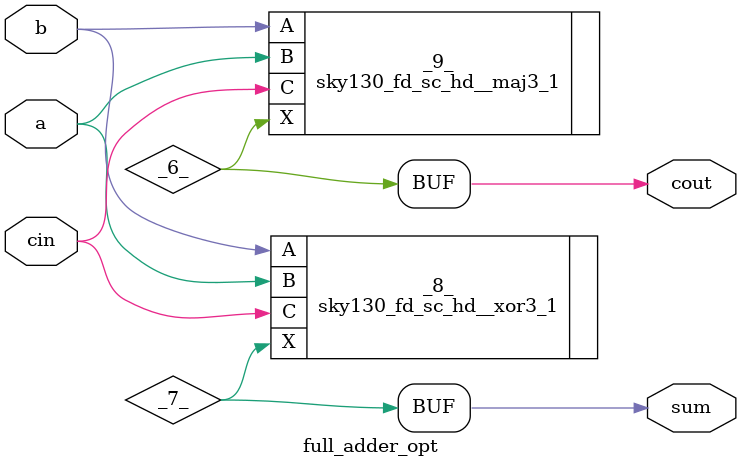
<source format=v>
/* Generated by Yosys 0.33 (git sha1 2584903a060) */

(* top =  1  *)
(* src = "full_adder_opt.v:1.1-12.10" *)
module full_adder_opt(a, b, cin, sum, cout);
  wire _0_;
  wire _1_;
  wire _2_;
  (* src = "/home/gautham/Desktop/yosys_projects/full_adder_opt.v:2.17-2.18" *)
  wire _3_;
  (* src = "/home/gautham/Desktop/yosys_projects/full_adder_opt.v:3.17-3.18" *)
  wire _4_;
  (* src = "/home/gautham/Desktop/yosys_projects/full_adder_opt.v:4.17-4.20" *)
  wire _5_;
  (* src = "/home/gautham/Desktop/yosys_projects/full_adder_opt.v:6.17-6.21" *)
  wire _6_;
  (* src = "/home/gautham/Desktop/yosys_projects/full_adder_opt.v:5.17-5.20" *)
  wire _7_;
  (* src = "/home/gautham/Desktop/yosys_projects/full_adder_opt.v:2.17-2.18" *)
  input a;
  wire a;
  (* src = "/home/gautham/Desktop/yosys_projects/full_adder_opt.v:3.17-3.18" *)
  input b;
  wire b;
  (* src = "/home/gautham/Desktop/yosys_projects/full_adder_opt.v:4.17-4.20" *)
  input cin;
  wire cin;
  (* src = "/home/gautham/Desktop/yosys_projects/full_adder_opt.v:6.17-6.21" *)
  output cout;
  wire cout;
  (* src = "/home/gautham/Desktop/yosys_projects/full_adder_opt.v:5.17-5.20" *)
  output sum;
  wire sum;
  sky130_fd_sc_hd__xor3_1 _8_ (
    .A(_4_),
    .B(_3_),
    .C(_5_),
    .X(_7_)
  );
  sky130_fd_sc_hd__maj3_1 _9_ (
    .A(_4_),
    .B(_3_),
    .C(_5_),
    .X(_6_)
  );
  assign _4_ = b;
  assign _3_ = a;
  assign _5_ = cin;
  assign sum = _7_;
  assign cout = _6_;
endmodule

</source>
